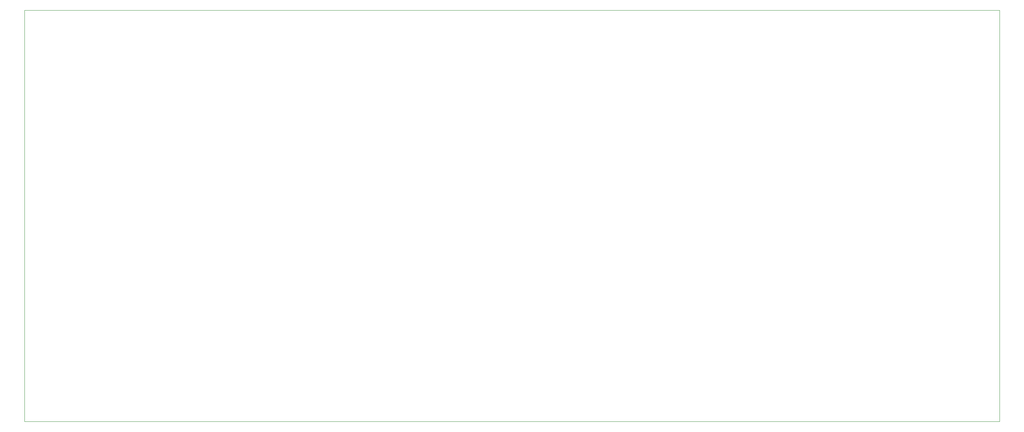
<source format=gbr>
%TF.GenerationSoftware,KiCad,Pcbnew,8.0.4*%
%TF.CreationDate,2024-09-08T23:33:26-07:00*%
%TF.ProjectId,FakePack,46616b65-5061-4636-9b2e-6b696361645f,rev?*%
%TF.SameCoordinates,Original*%
%TF.FileFunction,Profile,NP*%
%FSLAX46Y46*%
G04 Gerber Fmt 4.6, Leading zero omitted, Abs format (unit mm)*
G04 Created by KiCad (PCBNEW 8.0.4) date 2024-09-08 23:33:26*
%MOMM*%
%LPD*%
G01*
G04 APERTURE LIST*
%TA.AperFunction,Profile*%
%ADD10C,0.100000*%
%TD*%
G04 APERTURE END LIST*
D10*
X15500000Y-10500000D02*
X241500000Y-10500000D01*
X241500000Y-106000000D01*
X15500000Y-106000000D01*
X15500000Y-10500000D01*
M02*

</source>
